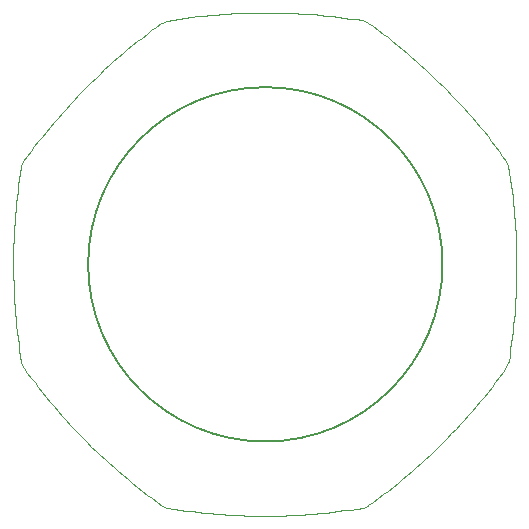
<source format=gbr>
%TF.GenerationSoftware,KiCad,Pcbnew,(5.1.6)-1*%
%TF.CreationDate,2025-07-06T20:48:39+05:30*%
%TF.ProjectId,Project_OAK_HEX_COVER_INNER_V0,50726f6a-6563-4745-9f4f-414b5f484558,A*%
%TF.SameCoordinates,Original*%
%TF.FileFunction,Profile,NP*%
%FSLAX46Y46*%
G04 Gerber Fmt 4.6, Leading zero omitted, Abs format (unit mm)*
G04 Created by KiCad (PCBNEW (5.1.6)-1) date 2025-07-06 20:48:39*
%MOMM*%
%LPD*%
G01*
G04 APERTURE LIST*
%TA.AperFunction,Profile*%
%ADD10C,0.150000*%
%TD*%
%TA.AperFunction,Profile*%
%ADD11C,0.100000*%
%TD*%
G04 APERTURE END LIST*
D10*
X85459600Y-93472000D02*
G75*
G03*
X85459600Y-93472000I-15000000J0D01*
G01*
D11*
X70406467Y-72153422D02*
X69888943Y-72156411D01*
X69888943Y-72156411D02*
X69371472Y-72164666D01*
X69371472Y-72164666D02*
X68854053Y-72178134D01*
X68854053Y-72178134D02*
X68336740Y-72196866D01*
X68336740Y-72196866D02*
X67819586Y-72220837D01*
X67819586Y-72220837D02*
X67302644Y-72250047D01*
X67302644Y-72250047D02*
X66785940Y-72284496D01*
X66785940Y-72284496D02*
X66269500Y-72324184D01*
X66269500Y-72324184D02*
X65753405Y-72369110D01*
X65753405Y-72369110D02*
X65237653Y-72419275D01*
X65237653Y-72419275D02*
X64722325Y-72474705D01*
X64722325Y-72474705D02*
X64207420Y-72535347D01*
X64207420Y-72535347D02*
X63693044Y-72601255D01*
X63693044Y-72601255D02*
X63179171Y-72672375D01*
X63179171Y-72672375D02*
X62665906Y-72748760D01*
X62665906Y-72748760D02*
X62153224Y-72830384D01*
X62153224Y-72830384D02*
X62133089Y-72831416D01*
X62133089Y-72831416D02*
X62109832Y-72839168D01*
X62109832Y-72839168D02*
X61687637Y-73014851D01*
X61687637Y-73014851D02*
X61660227Y-73032949D01*
X61660227Y-73032949D02*
X61658163Y-73034510D01*
X61658163Y-73034510D02*
X61238031Y-73340129D01*
X61238031Y-73340129D02*
X60821154Y-73649850D01*
X60821154Y-73649850D02*
X60407611Y-73963699D01*
X60407611Y-73963699D02*
X59997375Y-74281622D01*
X59997375Y-74281622D02*
X59590526Y-74603593D01*
X59590526Y-74603593D02*
X59187090Y-74929585D01*
X59187090Y-74929585D02*
X58787067Y-75259547D01*
X58787067Y-75259547D02*
X58390483Y-75593503D01*
X58390483Y-75593503D02*
X57997419Y-75931376D01*
X57997419Y-75931376D02*
X57607847Y-76273164D01*
X57607847Y-76273164D02*
X57221820Y-76618815D01*
X57221820Y-76618815D02*
X56839366Y-76968330D01*
X56839366Y-76968330D02*
X56460509Y-77321654D01*
X56460509Y-77321654D02*
X56085277Y-77678788D01*
X56085277Y-77678788D02*
X55713697Y-78039679D01*
X55713697Y-78039679D02*
X55345821Y-78404301D01*
X55345821Y-78404301D02*
X54981649Y-78772627D01*
X54981649Y-78772627D02*
X54621234Y-79144657D01*
X54621234Y-79144657D02*
X54264576Y-79520338D01*
X54264576Y-79520338D02*
X53911728Y-79899618D01*
X53911728Y-79899618D02*
X53562690Y-80282523D01*
X53562690Y-80282523D02*
X53217542Y-80668973D01*
X53217542Y-80668973D02*
X52876256Y-81058994D01*
X52876256Y-81058994D02*
X52538886Y-81452509D01*
X52538886Y-81452509D02*
X52205485Y-81849489D01*
X52205485Y-81849489D02*
X51876053Y-82249962D01*
X51876053Y-82249962D02*
X51550611Y-82653848D01*
X51550611Y-82653848D02*
X51229206Y-83061120D01*
X51229206Y-83061120D02*
X50911862Y-83471780D01*
X50911862Y-83471780D02*
X50598607Y-83885773D01*
X50598607Y-83885773D02*
X50289470Y-84303100D01*
X50289470Y-84303100D02*
X49984480Y-84723681D01*
X49984480Y-84723681D02*
X49980864Y-84729369D01*
X49980864Y-84729369D02*
X49964843Y-84755219D01*
X49964843Y-84755219D02*
X49791210Y-85176885D01*
X49791210Y-85176885D02*
X49784493Y-85210487D01*
X49784493Y-85210487D02*
X49783458Y-85214085D01*
X49783458Y-85214085D02*
X49702467Y-85727297D01*
X49702467Y-85727297D02*
X49626722Y-86241064D01*
X49626722Y-86241064D02*
X49556226Y-86755414D01*
X49556226Y-86755414D02*
X49490980Y-87270266D01*
X49490980Y-87270266D02*
X49430981Y-87785620D01*
X49430981Y-87785620D02*
X49376233Y-88301372D01*
X49376233Y-88301372D02*
X49326731Y-88817547D01*
X49326731Y-88817547D02*
X49282479Y-89334066D01*
X49282479Y-89334066D02*
X49243476Y-89850902D01*
X49243476Y-89850902D02*
X49209723Y-90368030D01*
X49209723Y-90368030D02*
X49181218Y-90885369D01*
X49181218Y-90885369D02*
X49157963Y-91402920D01*
X49157963Y-91402920D02*
X49139957Y-91920629D01*
X49139957Y-91920629D02*
X49127200Y-92438445D01*
X49127200Y-92438445D02*
X49119694Y-92956260D01*
X49119694Y-92956260D02*
X49117436Y-93474314D01*
X49117436Y-93474314D02*
X49120429Y-93992103D01*
X49120429Y-93992103D02*
X49128671Y-94510156D01*
X49128671Y-94510156D02*
X49142163Y-95027945D01*
X49142163Y-95027945D02*
X49160905Y-95545469D01*
X49160905Y-95545469D02*
X49184897Y-96062994D01*
X49184897Y-96062994D02*
X49214140Y-96580518D01*
X49214140Y-96580518D02*
X49248632Y-97097513D01*
X49248632Y-97097513D02*
X49288375Y-97614244D01*
X49288375Y-97614244D02*
X49333369Y-98130710D01*
X49333369Y-98130710D02*
X49383612Y-98646911D01*
X49383612Y-98646911D02*
X49439109Y-99162584D01*
X49439109Y-99162584D02*
X49499854Y-99677727D01*
X49499854Y-99677727D02*
X49565849Y-100192605D01*
X49565849Y-100192605D02*
X49637096Y-100706690D01*
X49637096Y-100706690D02*
X49713595Y-101220510D01*
X49713595Y-101220510D02*
X49795343Y-101733537D01*
X49795343Y-101733537D02*
X49803095Y-101768726D01*
X49803095Y-101768726D02*
X49978794Y-102188884D01*
X49978794Y-102188884D02*
X49993265Y-102213490D01*
X49993265Y-102213490D02*
X49998432Y-102221692D01*
X49998432Y-102221692D02*
X50304041Y-102641850D01*
X50304041Y-102641850D02*
X50613780Y-103058833D01*
X50613780Y-103058833D02*
X50927626Y-103472376D01*
X50927626Y-103472376D02*
X51245546Y-103882480D01*
X51245546Y-103882480D02*
X51567512Y-104289408D01*
X51567512Y-104289408D02*
X51893489Y-104692897D01*
X51893489Y-104692897D02*
X52223477Y-105092947D01*
X52223477Y-105092947D02*
X52557407Y-105489557D01*
X52557407Y-105489557D02*
X52895306Y-105882463D01*
X52895306Y-105882463D02*
X53237068Y-106272193D01*
X53237068Y-106272193D02*
X53582746Y-106658220D01*
X53582746Y-106658220D02*
X53932260Y-107040542D01*
X53932260Y-107040542D02*
X54285584Y-107419425D01*
X54285584Y-107419425D02*
X54642718Y-107794604D01*
X54642718Y-107794604D02*
X55003609Y-108166343D01*
X55003609Y-108166343D02*
X55368231Y-108534113D01*
X55368231Y-108534113D02*
X55736584Y-108898180D01*
X55736584Y-108898180D02*
X56108587Y-109258806D01*
X56108587Y-109258806D02*
X56484269Y-109615464D01*
X56484269Y-109615464D02*
X56863575Y-109968153D01*
X56863575Y-109968153D02*
X57246453Y-110317138D01*
X57246453Y-110317138D02*
X57632929Y-110662419D01*
X57632929Y-110662419D02*
X58022925Y-111003731D01*
X58022925Y-111003731D02*
X58416439Y-111341074D01*
X58416439Y-111341074D02*
X58813446Y-111674449D01*
X58813446Y-111674449D02*
X59213892Y-112003855D01*
X59213892Y-112003855D02*
X59617778Y-112329292D01*
X59617778Y-112329292D02*
X60025077Y-112650760D01*
X60025077Y-112650760D02*
X60435710Y-112967995D01*
X60435710Y-112967995D02*
X60849729Y-113281262D01*
X60849729Y-113281262D02*
X61267030Y-113590559D01*
X61267030Y-113590559D02*
X61687637Y-113895359D01*
X61687637Y-113895359D02*
X61713461Y-113908852D01*
X61713461Y-113908852D02*
X61714492Y-113909382D01*
X61714492Y-113909382D02*
X61719149Y-113911498D01*
X61719149Y-113911498D02*
X62140815Y-114087181D01*
X62140815Y-114087181D02*
X62167194Y-114094590D01*
X62167194Y-114094590D02*
X62168226Y-114094590D01*
X62168226Y-114094590D02*
X62178042Y-114097236D01*
X62178042Y-114097236D02*
X62691227Y-114178198D01*
X62691227Y-114178198D02*
X63205021Y-114253869D01*
X63205021Y-114253869D02*
X63719344Y-114324512D01*
X63719344Y-114324512D02*
X64234222Y-114389600D01*
X64234222Y-114389600D02*
X64749551Y-114449660D01*
X64749551Y-114449660D02*
X65265329Y-114504429D01*
X65265329Y-114504429D02*
X65781477Y-114553906D01*
X65781477Y-114553906D02*
X66297996Y-114598091D01*
X66297996Y-114598091D02*
X66814859Y-114637249D01*
X66814859Y-114637249D02*
X67331960Y-114670851D01*
X67331960Y-114670851D02*
X67849326Y-114699426D01*
X67849326Y-114699426D02*
X68366876Y-114722710D01*
X68366876Y-114722710D02*
X68884559Y-114740701D01*
X68884559Y-114740701D02*
X69402401Y-114753401D01*
X69402401Y-114753401D02*
X69920296Y-114760810D01*
X69920296Y-114760810D02*
X70438217Y-114763191D01*
X70438217Y-114763191D02*
X70956165Y-114760281D01*
X70956165Y-114760281D02*
X71474033Y-114752078D01*
X71474033Y-114752078D02*
X71991849Y-114738585D01*
X71991849Y-114738585D02*
X72509505Y-114719799D01*
X72509505Y-114719799D02*
X73027030Y-114695722D01*
X73027030Y-114695722D02*
X73544342Y-114666618D01*
X73544342Y-114666618D02*
X74061417Y-114631958D01*
X74061417Y-114631958D02*
X74578200Y-114592270D01*
X74578200Y-114592270D02*
X75094640Y-114547291D01*
X75094640Y-114547291D02*
X75610762Y-114497020D01*
X75610762Y-114497020D02*
X76126434Y-114441458D01*
X76126434Y-114441458D02*
X76641577Y-114380868D01*
X76641577Y-114380868D02*
X77156456Y-114314723D01*
X77156456Y-114314723D02*
X77670805Y-114243550D01*
X77670805Y-114243550D02*
X78184361Y-114167085D01*
X78184361Y-114167085D02*
X78697387Y-114085329D01*
X78697387Y-114085329D02*
X78711939Y-114081625D01*
X78711939Y-114081625D02*
X78712469Y-114081625D01*
X78712469Y-114081625D02*
X78732577Y-114075540D01*
X78732577Y-114075540D02*
X79154322Y-113899857D01*
X79154322Y-113899857D02*
X79165170Y-113894565D01*
X79165170Y-113894565D02*
X79166758Y-113893507D01*
X79166758Y-113893507D02*
X79187924Y-113882130D01*
X79187924Y-113882130D02*
X79608082Y-113576536D01*
X79608082Y-113576536D02*
X80024800Y-113266709D01*
X80024800Y-113266709D02*
X80438343Y-112952914D01*
X80438343Y-112952914D02*
X80848712Y-112635150D01*
X80848712Y-112635150D02*
X81255376Y-112313152D01*
X81255376Y-112313152D02*
X81658865Y-111987186D01*
X81658865Y-111987186D02*
X82058650Y-111657251D01*
X82058650Y-111657251D02*
X82455260Y-111323083D01*
X82455260Y-111323083D02*
X82848165Y-110985210D01*
X82848165Y-110985210D02*
X83237632Y-110643634D01*
X83237632Y-110643634D02*
X83623658Y-110297824D01*
X83623658Y-110297824D02*
X84005981Y-109948309D01*
X84005981Y-109948309D02*
X84384864Y-109595091D01*
X84384864Y-109595091D02*
X84760042Y-109237904D01*
X84760042Y-109237904D02*
X85131517Y-108877013D01*
X85131517Y-108877013D02*
X85499287Y-108512418D01*
X85499287Y-108512418D02*
X85863353Y-108144118D01*
X85863353Y-108144118D02*
X86223715Y-107772114D01*
X86223715Y-107772114D02*
X86580109Y-107396406D01*
X86580109Y-107396406D02*
X86932798Y-107016994D01*
X86932798Y-107016994D02*
X87281783Y-106634143D01*
X87281783Y-106634143D02*
X87626799Y-106247587D01*
X87626799Y-106247587D02*
X87968111Y-105857592D01*
X87968111Y-105857592D02*
X88305454Y-105464157D01*
X88305454Y-105464157D02*
X88638829Y-105067282D01*
X88638829Y-105067282D02*
X88968235Y-104666704D01*
X88968235Y-104666704D02*
X89293407Y-104262950D01*
X89293407Y-104262950D02*
X89614876Y-103855492D01*
X89614876Y-103855492D02*
X89932111Y-103444859D01*
X89932111Y-103444859D02*
X90245377Y-103030787D01*
X90245377Y-103030787D02*
X90554410Y-102613540D01*
X90554410Y-102613540D02*
X90859474Y-102193117D01*
X90859474Y-102193117D02*
X90872439Y-102168776D01*
X90872439Y-102168776D02*
X90877201Y-102159515D01*
X90877201Y-102159515D02*
X91051297Y-101737770D01*
X91051297Y-101737770D02*
X91053413Y-101730891D01*
X91053413Y-101730891D02*
X91062674Y-101702580D01*
X91062674Y-101702580D02*
X91143636Y-101189289D01*
X91143636Y-101189289D02*
X91219307Y-100675469D01*
X91219307Y-100675469D02*
X91289951Y-100161120D01*
X91289951Y-100161120D02*
X91355038Y-99646506D01*
X91355038Y-99646506D02*
X91415098Y-99131098D01*
X91415098Y-99131098D02*
X91469603Y-98615161D01*
X91469603Y-98615161D02*
X91519080Y-98099224D01*
X91519080Y-98099224D02*
X91563265Y-97582494D01*
X91563265Y-97582494D02*
X91602423Y-97065763D01*
X91602423Y-97065763D02*
X91636025Y-96548503D01*
X91636025Y-96548503D02*
X91664336Y-96031244D01*
X91664336Y-96031244D02*
X91687619Y-95513719D01*
X91687619Y-95513719D02*
X91705611Y-94995930D01*
X91705611Y-94995930D02*
X91718311Y-94478141D01*
X91718311Y-94478141D02*
X91725719Y-93960353D01*
X91725719Y-93960353D02*
X91727836Y-93442299D01*
X91727836Y-93442299D02*
X91724925Y-92924510D01*
X91724925Y-92924510D02*
X91716458Y-92406536D01*
X91716458Y-92406536D02*
X91702965Y-91888747D01*
X91702965Y-91888747D02*
X91684179Y-91371064D01*
X91684179Y-91371064D02*
X91660102Y-90853566D01*
X91660102Y-90853566D02*
X91630734Y-90336253D01*
X91630734Y-90336253D02*
X91596338Y-89819179D01*
X91596338Y-89819179D02*
X91556386Y-89302395D01*
X91556386Y-89302395D02*
X91511407Y-88785929D01*
X91511407Y-88785929D02*
X91461136Y-88269860D01*
X91461136Y-88269860D02*
X91405573Y-87754161D01*
X91405573Y-87754161D02*
X91344719Y-87238912D01*
X91344719Y-87238912D02*
X91278838Y-86724140D01*
X91278838Y-86724140D02*
X91207401Y-86209923D01*
X91207401Y-86209923D02*
X91130936Y-85696235D01*
X91130936Y-85696235D02*
X91049180Y-85183182D01*
X91049180Y-85183182D02*
X91045211Y-85167148D01*
X91045211Y-85167148D02*
X91045211Y-85166116D01*
X91045211Y-85166116D02*
X91039391Y-85145982D01*
X91039391Y-85145982D02*
X90863707Y-84723786D01*
X90863707Y-84723786D02*
X90849685Y-84700530D01*
X90849685Y-84700530D02*
X90849155Y-84699498D01*
X90849155Y-84699498D02*
X90846245Y-84694841D01*
X90846245Y-84694841D02*
X90540387Y-84274683D01*
X90540387Y-84274683D02*
X90230825Y-83857806D01*
X90230825Y-83857806D02*
X89917029Y-83444237D01*
X89917029Y-83444237D02*
X89599001Y-83034001D01*
X89599001Y-83034001D02*
X89277003Y-82627151D01*
X89277003Y-82627151D02*
X88951037Y-82223715D01*
X88951037Y-82223715D02*
X88620837Y-81823666D01*
X88620837Y-81823666D02*
X88286934Y-81427109D01*
X88286934Y-81427109D02*
X87949061Y-81034018D01*
X87949061Y-81034018D02*
X87607220Y-80644446D01*
X87607220Y-80644446D02*
X87261674Y-80258419D01*
X87261674Y-80258419D02*
X86912160Y-79875964D01*
X86912160Y-79875964D02*
X86558677Y-79497108D01*
X86558677Y-79497108D02*
X86201490Y-79121876D01*
X86201490Y-79121876D02*
X85840599Y-78750296D01*
X85840599Y-78750296D02*
X85476004Y-78382420D01*
X85476004Y-78382420D02*
X85107704Y-78018248D01*
X85107704Y-78018248D02*
X84735436Y-77657833D01*
X84735436Y-77657833D02*
X84359728Y-77301175D01*
X84359728Y-77301175D02*
X83980581Y-76948301D01*
X83980581Y-76948301D02*
X83597729Y-76599289D01*
X83597729Y-76599289D02*
X83211173Y-76254141D01*
X83211173Y-76254141D02*
X82821178Y-75912855D01*
X82821178Y-75912855D02*
X82427478Y-75575485D01*
X82427478Y-75575485D02*
X82030604Y-75242084D01*
X82030604Y-75242084D02*
X81630025Y-74912626D01*
X81630025Y-74912626D02*
X81226272Y-74587188D01*
X81226272Y-74587188D02*
X80818814Y-74265799D01*
X80818814Y-74265799D02*
X80408181Y-73948459D01*
X80408181Y-73948459D02*
X79994109Y-73635192D01*
X79994109Y-73635192D02*
X79576861Y-73326054D01*
X79576861Y-73326054D02*
X79156174Y-73021069D01*
X79156174Y-73021069D02*
X79145326Y-73014348D01*
X79145326Y-73014348D02*
X79145062Y-73013819D01*
X79145062Y-73013819D02*
X79123366Y-73001410D01*
X79123366Y-73001410D02*
X78701621Y-72825701D01*
X78701621Y-72825701D02*
X78681777Y-72820012D01*
X78681777Y-72820012D02*
X78661139Y-72818478D01*
X78661139Y-72818478D02*
X78660081Y-72818478D01*
X78660081Y-72818478D02*
X78147319Y-72737621D01*
X78147319Y-72737621D02*
X77634028Y-72661977D01*
X77634028Y-72661977D02*
X77119943Y-72591571D01*
X77119943Y-72591571D02*
X76605594Y-72526431D01*
X76605594Y-72526431D02*
X76090716Y-72466503D01*
X76090716Y-72466503D02*
X75575308Y-72411840D01*
X75575308Y-72411840D02*
X75059556Y-72362389D01*
X75059556Y-72362389D02*
X74543434Y-72318204D01*
X74543434Y-72318204D02*
X74027021Y-72279257D01*
X74027021Y-72279257D02*
X73510317Y-72245549D01*
X73510317Y-72245549D02*
X72993375Y-72217080D01*
X72993375Y-72217080D02*
X72476221Y-72193850D01*
X72476221Y-72193850D02*
X71958935Y-72175885D01*
X71958935Y-72175885D02*
X71441516Y-72163132D01*
X71441516Y-72163132D02*
X70924018Y-72155644D01*
X70924018Y-72155644D02*
X70406467Y-72153422D01*
X70406467Y-72153422D02*
X70406467Y-72153422D01*
X70406467Y-72153422D02*
X70406467Y-72153422D01*
M02*

</source>
